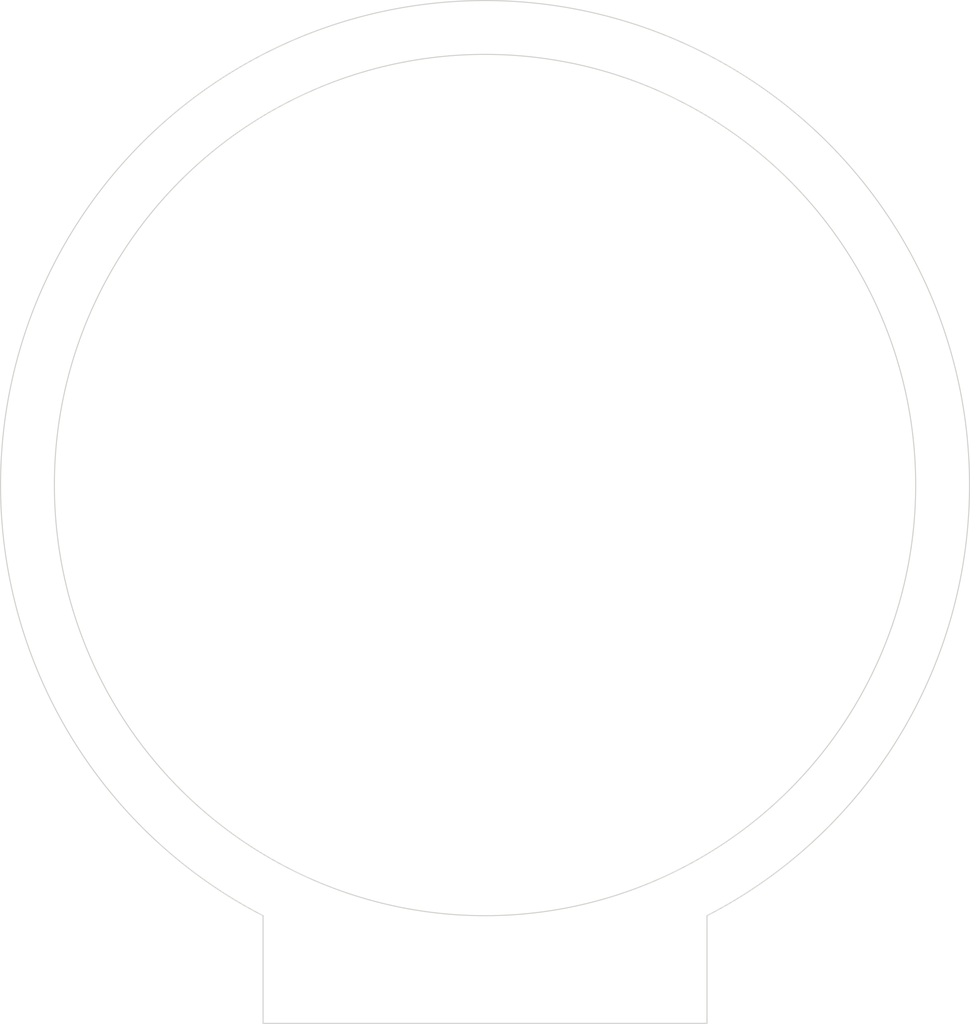
<source format=kicad_pcb>
(kicad_pcb (version 20221018) (generator pcbnew)

  (general
    (thickness 1.6)
  )

  (paper "A4")
  (layers
    (0 "F.Cu" signal)
    (31 "B.Cu" signal)
    (32 "B.Adhes" user "B.Adhesive")
    (33 "F.Adhes" user "F.Adhesive")
    (34 "B.Paste" user)
    (35 "F.Paste" user)
    (36 "B.SilkS" user "B.Silkscreen")
    (37 "F.SilkS" user "F.Silkscreen")
    (38 "B.Mask" user)
    (39 "F.Mask" user)
    (40 "Dwgs.User" user "User.Drawings")
    (41 "Cmts.User" user "User.Comments")
    (42 "Eco1.User" user "User.Eco1")
    (43 "Eco2.User" user "User.Eco2")
    (44 "Edge.Cuts" user)
    (45 "Margin" user)
    (46 "B.CrtYd" user "B.Courtyard")
    (47 "F.CrtYd" user "F.Courtyard")
    (48 "B.Fab" user)
    (49 "F.Fab" user)
    (50 "User.1" user)
    (51 "User.2" user)
    (52 "User.3" user)
    (53 "User.4" user)
    (54 "User.5" user)
    (55 "User.6" user)
    (56 "User.7" user)
    (57 "User.8" user)
    (58 "User.9" user)
  )

  (setup
    (pad_to_mask_clearance 0)
    (pcbplotparams
      (layerselection 0x00010fc_ffffffff)
      (plot_on_all_layers_selection 0x0000000_00000000)
      (disableapertmacros false)
      (usegerberextensions false)
      (usegerberattributes true)
      (usegerberadvancedattributes true)
      (creategerberjobfile true)
      (dashed_line_dash_ratio 12.000000)
      (dashed_line_gap_ratio 3.000000)
      (svgprecision 4)
      (plotframeref false)
      (viasonmask false)
      (mode 1)
      (useauxorigin false)
      (hpglpennumber 1)
      (hpglpenspeed 20)
      (hpglpendiameter 15.000000)
      (dxfpolygonmode true)
      (dxfimperialunits true)
      (dxfusepcbnewfont true)
      (psnegative false)
      (psa4output false)
      (plotreference true)
      (plotvalue true)
      (plotinvisibletext false)
      (sketchpadsonfab false)
      (subtractmaskfromsilk false)
      (outputformat 1)
      (mirror false)
      (drillshape 1)
      (scaleselection 1)
      (outputdirectory "")
    )
  )

  (net 0 "")

  (gr_line (start 78.976613 20.370088) (end 79.903664 23.223257)
    (stroke (width 0.2) (type solid)) (layer "Dwgs.User") (tstamp 03e423aa-aa9d-44a0-a8fc-42b4c09c8fec))
  (gr_line (start 35.845403 150.966542) (end 37.608758 153.393593)
    (stroke (width 0.2) (type solid)) (layer "Dwgs.User") (tstamp 0444da63-1435-4d20-9c3d-59e5f9b78b17))
  (gr_line (start 186.082859 131.256554) (end 183.22969 130.329503)
    (stroke (width 0.2) (type solid)) (layer "Dwgs.User") (tstamp 0639449e-c4cf-466a-bede-82f28a725626))
  (gr_line (start 56.413456 171.534595) (end 54.6501 173.961646)
    (stroke (width 0.2) (type solid)) (layer "Dwgs.User") (tstamp 0b3e21f8-3a30-478b-8c29-87a749c439ef))
  (gr_line (start 79.903664 23.223257) (end 77.050495 24.150308)
    (stroke (width 0.2) (type solid)) (layer "Dwgs.User") (tstamp 0d8ef9c4-e4dc-42e4-82c0-1ee26374821e))
  (gr_line (start 53.986405 169.77124) (end 56.413456 171.534595)
    (stroke (width 0.2) (type solid)) (layer "Dwgs.User") (tstamp 1085ead7-dfed-4aab-b2e5-77ff2cfa4f4f))
  (gr_line (start 187.00991 77.796615) (end 184.156741 78.723666)
    (stroke (width 0.2) (type solid)) (layer "Dwgs.User") (tstamp 131a2e6c-0644-41db-b869-39e6ae940954))
  (gr_line (start 104.279998 13.100002) (end 104.279998 23.100002)
    (stroke (width 0.2) (type solid)) (layer "Dwgs.User") (tstamp 131ba603-f48d-46d5-9c2f-d7cb34453846))
  (gr_line (start 156.336947 172.198291) (end 153.909896 173.961646)
    (stroke (width 0.2) (type solid)) (layer "Dwgs.User") (tstamp 13489456-467e-47b8-9e6f-943aa5ad0260))
  (gr_line (start 184.156741 78.723666) (end 183.22969 75.870497)
    (stroke (width 0.2) (type solid)) (layer "Dwgs.User") (tstamp 179b0248-1c08-46cb-860b-335fa9e2d580))
  (gr_line (start 129.583383 20.370088) (end 132.436552 21.297139)
    (stroke (width 0.2) (type solid)) (layer "Dwgs.User") (tstamp 17f228eb-ff44-4f07-bd24-72bf2291f3ed))
  (gr_line (start 153.909896 32.238354) (end 156.336947 34.001709)
    (stroke (width 0.2) (type solid)) (layer "Dwgs.User") (tstamp 1b2150b2-5360-4c43-ad28-06eff16eb6f5))
  (gr_line (start 20.78 101.6) (end 20.78 104.6)
    (stroke (width 0.2) (type solid)) (layer "Dwgs.User") (tstamp 1d05a63f-3679-49a0-a2b7-065167d01eac))
  (gr_line (start 190.779996 104.6) (end 187.779996 104.6)
    (stroke (width 0.2) (type solid)) (layer "Dwgs.User") (tstamp 1f7c9f2c-8418-4609-b317-1871dfd209c5))
  (gr_line (start 52.223049 172.198291) (end 53.986405 169.77124)
    (stroke (width 0.2) (type solid)) (layer "Dwgs.User") (tstamp 20ba668b-e621-43cc-842c-4526f9b78743))
  (gr_line (start 21.550086 128.403385) (end 24.403255 127.476334)
    (stroke (width 0.2) (type solid)) (layer "Dwgs.User") (tstamp 20ca79c3-cd8a-4424-a93e-879f4525e501))
  (gr_line (start 56.413456 34.665405) (end 53.986405 36.42876)
    (stroke (width 0.2) (type solid)) (layer "Dwgs.User") (tstamp 293c5bd7-fa8c-4b45-97e1-656916f8fecb))
  (gr_line (start 173.378289 51.043051) (end 175.141644 53.470102)
    (stroke (width 0.2) (type solid)) (layer "Dwgs.User") (tstamp 2b662b3b-cc2c-4a9b-b040-cd6947ff1761))
  (gr_line (start 187.779996 101.6) (end 190.779996 101.6)
    (stroke (width 0.2) (type solid)) (layer "Dwgs.User") (tstamp 2e1a7410-e5e6-4706-9f9c-7362f7b44e8f))
  (gr_line (start 20.78 104.6) (end 17.78 104.6)
    (stroke (width 0.2) (type solid)) (layer "Dwgs.User") (tstamp 33441e76-1526-47fe-b30a-d212ce05f841))
  (gr_line (start 54.6501 32.238354) (end 56.413456 34.665405)
    (stroke (width 0.2) (type solid)) (layer "Dwgs.User") (tstamp 38652fce-f33d-4926-9066-acb12266ee26))
  (gr_line (start 76.123444 21.297139) (end 78.976613 20.370088)
    (stroke (width 0.2) (type solid)) (layer "Dwgs.User") (tstamp 40db18cb-4e40-4143-97d4-f607450c8e2b))
  (gr_line (start 129.583383 185.829912) (end 128.656332 182.976743)
    (stroke (width 0.2) (type solid)) (layer "Dwgs.User") (tstamp 44cfecd6-8454-450e-9b7f-c0a6a4333173))
  (gr_line (start 33.418352 152.729898) (end 35.845403 150.966542)
    (stroke (width 0.2) (type solid)) (layer "Dwgs.User") (tstamp 452966b6-8c2f-40a1-b073-4d2beac00113))
  (gr_line (start 152.14654 34.665405) (end 153.909896 32.238354)
    (stroke (width 0.2) (type solid)) (layer "Dwgs.User") (tstamp 483fccd3-e6f6-4b02-85d6-35c618039ac6))
  (gr_line (start 17.78 101.6) (end 20.78 101.6)
    (stroke (width 0.2) (type solid)) (layer "Dwgs.User") (tstamp 4a37a721-2e15-4979-944c-1803094be0e1))
  (gr_line (start 175.141644 152.729898) (end 173.378289 155.156949)
    (stroke (width 0.2) (type solid)) (layer "Dwgs.User") (tstamp 4af2c6ac-cafe-4564-821d-a364b13d101a))
  (gr_line (start 25.330306 130.329503) (end 22.477137 131.256554)
    (stroke (width 0.2) (type solid)) (layer "Dwgs.User") (tstamp 4be9ddd9-9aa3-42f6-ad5f-8fbcb8ccf562))
  (gr_line (start 22.477137 131.256554) (end 21.550086 128.403385)
    (stroke (width 0.2) (type solid)) (layer "Dwgs.User") (tstamp 4c548125-a6a5-431e-a419-69eea64d7338))
  (gr_line (start 153.909896 173.961646) (end 152.14654 171.534595)
    (stroke (width 0.2) (type solid)) (layer "Dwgs.User") (tstamp 4f9da19b-5e53-4f5e-a021-9f489a724b1e))
  (gr_line (start 104.279998 16.600002) (end 104.279998 19.600002)
    (stroke (width 0.2) (type solid)) (layer "Dwgs.User") (tstamp 5336ac05-80e6-476a-aeef-eaa133988dd2))
  (gr_line (start 128.656332 23.223257) (end 129.583383 20.370088)
    (stroke (width 0.2) (type solid)) (layer "Dwgs.User") (tstamp 5896978b-8a36-4fef-a3ca-beea8ab9bde5))
  (gr_line (start 152.14654 171.534595) (end 154.573591 169.77124)
    (stroke (width 0.2) (type solid)) (layer "Dwgs.User") (tstamp 58b0bb72-a556-4fa8-8691-dff8ec323e4a))
  (gr_line (start 37.608758 153.393593) (end 35.181707 155.156949)
    (stroke (width 0.2) (type solid)) (layer "Dwgs.User") (tstamp 5939519f-1908-48c8-b065-771efef455f3))
  (gr_line (start 190.779996 101.6) (end 190.779996 104.6)
    (stroke (width 0.2) (type solid)) (layer "Dwgs.User") (tstamp 5a36db97-da1a-481a-8909-2e6376c9de49))
  (gr_line (start 102.779998 19.600002) (end 102.779998 16.600002)
    (stroke (width 0.2) (type solid)) (layer "Dwgs.User") (tstamp 5a4e0431-06f9-47bb-8b27-bab54c3c340a))
  (gr_line (start 186.082859 74.943446) (end 187.00991 77.796615)
    (stroke (width 0.2) (type solid)) (layer "Dwgs.User") (tstamp 5d757800-7e2b-4353-9da3-d74f4354c9de))
  (gr_line (start 105.779998 189.599998) (end 102.779998 189.599998)
    (stroke (width 0.2) (type solid)) (layer "Dwgs.User") (tstamp 688e8579-14af-4eff-ad12-8ece38c9998f))
  (gr_line (start 105.779998 19.600002) (end 102.779998 19.600002)
    (stroke (width 0.2) (type solid)) (layer "Dwgs.User") (tstamp 6a937dd8-9a19-42f1-b937-5889527c5295))
  (gr_line (start 35.181707 155.156949) (end 33.418352 152.729898)
    (stroke (width 0.2) (type solid)) (layer "Dwgs.User") (tstamp 6c90ec37-0c08-49b8-81a4-6226a3024a97))
  (gr_line (start 184.156741 127.476334) (end 187.00991 128.403385)
    (stroke (width 0.2) (type solid)) (layer "Dwgs.User") (tstamp 6d8e37fb-9f43-4bdc-a626-ac49e471e880))
  (gr_line (start 183.22969 130.329503) (end 184.156741 127.476334)
    (stroke (width 0.2) (type solid)) (layer "Dwgs.User") (tstamp 75ba0d37-cd5e-40fe-a710-ce7573950db6))
  (gr_line (start 172.714593 150.966542) (end 175.141644 152.729898)
    (stroke (width 0.2) (type solid)) (layer "Dwgs.User") (tstamp 7aa2d0bd-762f-449d-b759-f7f3ff29067f))
  (gr_line (start 175.141644 53.470102) (end 172.714593 55.233458)
    (stroke (width 0.2) (type solid)) (layer "Dwgs.User") (tstamp 7c9e0d7a-9ee3-4dbe-ba4b-455f78b4186f))
  (gr_line (start 37.608758 52.806407) (end 35.845403 55.233458)
    (stroke (width 0.2) (type solid)) (layer "Dwgs.User") (tstamp 80d0e952-8a9a-4756-8d70-1babb00d5fd1))
  (gr_line (start 24.403255 78.723666) (end 21.550086 77.796615)
    (stroke (width 0.2) (type solid)) (layer "Dwgs.User") (tstamp 82097051-3929-42f6-bb8f-c88aa53aa547))
  (gr_line (start 131.509501 182.049692) (end 132.436552 184.902861)
    (stroke (width 0.2) (type solid)) (layer "Dwgs.User") (tstamp 84262403-9f4c-4401-8857-073a2d4fb2fe))
  (gr_line (start 76.123444 184.902861) (end 77.050495 182.049692)
    (stroke (width 0.2) (type solid)) (layer "Dwgs.User") (tstamp 865cf5f7-cff7-423f-999a-8e20f19df96d))
  (gr_line (start 187.00991 128.403385) (end 186.082859 131.256554)
    (stroke (width 0.2) (type solid)) (layer "Dwgs.User") (tstamp 8d5a15d4-9102-4e0b-9b5d-ef3272767592))
  (gr_line (start 102.779998 16.600002) (end 105.779998 16.600002)
    (stroke (width 0.2) (type solid)) (layer "Dwgs.User") (tstamp 8f75877c-0f0f-46a5-a085-3400e38e13ef))
  (gr_line (start 104.279998 203.1) (end 104.279998 13.100002)
    (stroke (width 0.2) (type solid)) (layer "Dwgs.User") (tstamp 8fd70ec9-279a-4028-ae0b-ee90dfe3674c))
  (gr_line (start 154.573591 169.77124) (end 156.336947 172.198291)
    (stroke (width 0.2) (type solid)) (layer "Dwgs.User") (tstamp 8fd96a44-5def-40f3-a32a-9eb97e4c179a))
  (gr_line (start 132.436552 184.902861) (end 129.583383 185.829912)
    (stroke (width 0.2) (type solid)) (layer "Dwgs.User") (tstamp 9050ccc3-d4aa-4aaa-ac84-5047404faf93))
  (gr_line (start 21.550086 77.796615) (end 22.477137 74.943446)
    (stroke (width 0.2) (type solid)) (layer "Dwgs.User") (tstamp 94ff088e-b1da-472e-b1a8-10cf88c3c8c8))
  (gr_line (start 105.779998 186.599998) (end 105.779998 189.599998)
    (stroke (width 0.2) (type solid)) (layer "Dwgs.User") (tstamp 9a4426b5-4453-4892-bca4-9f231f42af7e))
  (gr_line (start 170.951238 52.806407) (end 173.378289 51.043051)
    (stroke (width 0.2) (type solid)) (layer "Dwgs.User") (tstamp 9b14b788-bc8b-4661-a010-f75318f836e6))
  (gr_line (start 33.418352 53.470102) (end 35.181707 51.043051)
    (stroke (width 0.2) (type solid)) (layer "Dwgs.User") (tstamp 9bc4ac7a-07fb-40c0-90f4-cf11530c2b8a))
  (gr_line (start 154.573591 36.42876) (end 152.14654 34.665405)
    (stroke (width 0.2) (type solid)) (layer "Dwgs.User") (tstamp 9e142db1-948c-4581-ba07-93f24a961028))
  (gr_line (start 79.903664 182.976743) (end 78.976613 185.829912)
    (stroke (width 0.2) (type solid)) (layer "Dwgs.User") (tstamp a3fa8c18-bde2-406d-bd09-66c8a32da818))
  (gr_line (start 156.336947 34.001709) (end 154.573591 36.42876)
    (stroke (width 0.2) (type solid)) (layer "Dwgs.User") (tstamp a512117f-b74f-434a-ab82-068168bc7913))
  (gr_line (start 52.223049 34.001709) (end 54.6501 32.238354)
    (stroke (width 0.2) (type solid)) (layer "Dwgs.User") (tstamp a525ff46-1874-43fc-bce4-4521a215d6dc))
  (gr_line (start 35.845403 55.233458) (end 33.418352 53.470102)
    (stroke (width 0.2) (type solid)) (layer "Dwgs.User") (tstamp a5a7b8d7-c410-4147-8518-83454fb8c2e4))
  (gr_line (start 25.330306 75.870497) (end 24.403255 78.723666)
    (stroke (width 0.2) (type solid)) (layer "Dwgs.User") (tstamp abe4b12d-2ac2-46db-af1f-dbd23b4669de))
  (gr_line (start 77.050495 182.049692) (end 79.903664 182.976743)
    (stroke (width 0.2) (type solid)) (layer "Dwgs.User") (tstamp ad5a78be-1779-47b9-8143-90c5797303ab))
  (gr_line (start 22.477137 74.943446) (end 25.330306 75.870497)
    (stroke (width 0.2) (type solid)) (layer "Dwgs.User") (tstamp b7e3721e-b806-473c-8a4e-853eb055595b))
  (gr_line (start 187.779996 104.6) (end 187.779996 101.6)
    (stroke (width 0.2) (type solid)) (layer "Dwgs.User") (tstamp bc88223a-5d6e-4707-a5fb-8e75db183089))
  (gr_line (start 131.509501 24.150308) (end 128.656332 23.223257)
    (stroke (width 0.2) (type solid)) (layer "Dwgs.User") (tstamp bd9bd4e5-ba5b-4ebf-b34a-68244409d467))
  (gr_line (start 183.22969 75.870497) (end 186.082859 74.943446)
    (stroke (width 0.2) (type solid)) (layer "Dwgs.User") (tstamp ca229c39-44d1-4fef-b06a-b0802c600320))
  (gr_line (start 173.378289 155.156949) (end 170.951238 153.393593)
    (stroke (width 0.2) (type solid)) (layer "Dwgs.User") (tstamp dc083221-687c-49ca-ac0f-87b8b12a4f9f))
  (gr_line (start 172.714593 55.233458) (end 170.951238 52.806407)
    (stroke (width 0.2) (type solid)) (layer "Dwgs.User") (tstamp dcea5ee4-f07d-4194-8d4a-02d93e662456))
  (gr_line (start 102.779998 189.599998) (end 102.779998 186.599998)
    (stroke (width 0.2) (type solid)) (layer "Dwgs.User") (tstamp dec4ef57-41e8-42b3-945a-90ba445a0235))
  (gr_line (start 128.656332 182.976743) (end 131.509501 182.049692)
    (stroke (width 0.2) (type solid)) (layer "Dwgs.User") (tstamp df2dc5fa-00ee-4530-b4a3-8ba8317f4935))
  (gr_line (start 105.779998 16.600002) (end 105.779998 19.600002)
    (stroke (width 0.2) (type solid)) (layer "Dwgs.User") (tstamp e18f2619-5dd8-42b7-ace4-eab7b8474006))
  (gr_line (start 54.6501 173.961646) (end 52.223049 172.198291)
    (stroke (width 0.2) (type solid)) (layer "Dwgs.User") (tstamp e5652d70-0c79-40fe-819f-564e0950bf8e))
  (gr_line (start 78.976613 185.829912) (end 76.123444 184.902861)
    (stroke (width 0.2) (type solid)) (layer "Dwgs.User") (tstamp e5bba425-d78f-448a-8e03-88812f1f2da4))
  (gr_line (start 102.779998 18.100002) (end 105.779998 18.100002)
    (stroke (width 0.2) (type solid)) (layer "Dwgs.User") (tstamp e9429fc3-2a37-465d-ace1-8043636e02ba))
  (gr_line (start 35.181707 51.043051) (end 37.608758 52.806407)
    (stroke (width 0.2) (type solid)) (layer "Dwgs.User") (tstamp eb280221-c8f8-46b2-97d6-66abd1e68667))
  (gr_line (start 17.78 104.6) (end 17.78 101.6)
    (stroke (width 0.2) (type solid)) (layer "Dwgs.User") (tstamp ebc9c6ab-145b-4f13-9ace-deaf8e6789ac))
  (gr_line (start 24.403255 127.476334) (end 25.330306 130.329503)
    (stroke (width 0.2) (type solid)) (layer "Dwgs.User") (tstamp f25b13bb-f35f-4145-b75f-557c6355a520))
  (gr_line (start 132.436552 21.297139) (end 131.509501 24.150308)
    (stroke (width 0.2) (type solid)) (layer "Dwgs.User") (tstamp f338f7fd-e148-4ebc-a66e-0e4f4efd77b6))
  (gr_line (start 170.951238 153.393593) (end 172.714593 150.966542)
    (stroke (width 0.2) (type solid)) (layer "Dwgs.User") (tstamp f4746dd2-2976-418c-b007-abf140f864db))
  (gr_line (start 53.986405 36.42876) (end 52.223049 34.001709)
    (stroke (width 0.2) (type solid)) (layer "Dwgs.User") (tstamp f5e5beca-b3e0-4cd7-959e-69b65d57f369))
  (gr_line (start 77.050495 24.150308) (end 76.123444 21.297139)
    (stroke (width 0.2) (type solid)) (layer "Dwgs.User") (tstamp f991c37a-72dc-4a0a-89a0-a11ba85a18c5))
  (gr_line (start 102.779998 186.599998) (end 105.779998 186.599998)
    (stroke (width 0.2) (type solid)) (layer "Dwgs.User") (tstamp fc46b16c-3fbe-4856-9f62-2ec93f4d489d))
  (gr_circle (center 104.279998 103.1) (end 184.279998 103.1)
    (stroke (width 0.2) (type solid)) (fill none) (layer "Edge.Cuts") (tstamp 0ca61939-76ba-4d93-9596-476d045ffcf2))
  (gr_arc (start 63.048942 183.1) (mid 104.279998 13.1) (end 145.511054 183.1)
    (stroke (width 0.2) (type solid)) (layer "Edge.Cuts") (tstamp 35a769f0-01f6-4b60-a3f5-6891baf3d3b4))
  (gr_line (start 63.048942 203.1) (end 145.511054 203.1)
    (stroke (width 0.2) (type solid)) (layer "Edge.Cuts") (tstamp 5d765d5f-369c-4bb0-a439-9a2544369e4f))
  (gr_line (start 63.048942 183.1) (end 63.048942 203.1)
    (stroke (width 0.2) (type solid)) (layer "Edge.Cuts") (tstamp 907fc58b-6f69-439c-8b1c-4ad8107b996d))
  (gr_line (start 145.511054 203.1) (end 145.511054 183.1)
    (stroke (width 0.2) (type solid)) (layer "Edge.Cuts") (tstamp cf6634c1-4459-414e-a520-7b9980c32cff))

)

</source>
